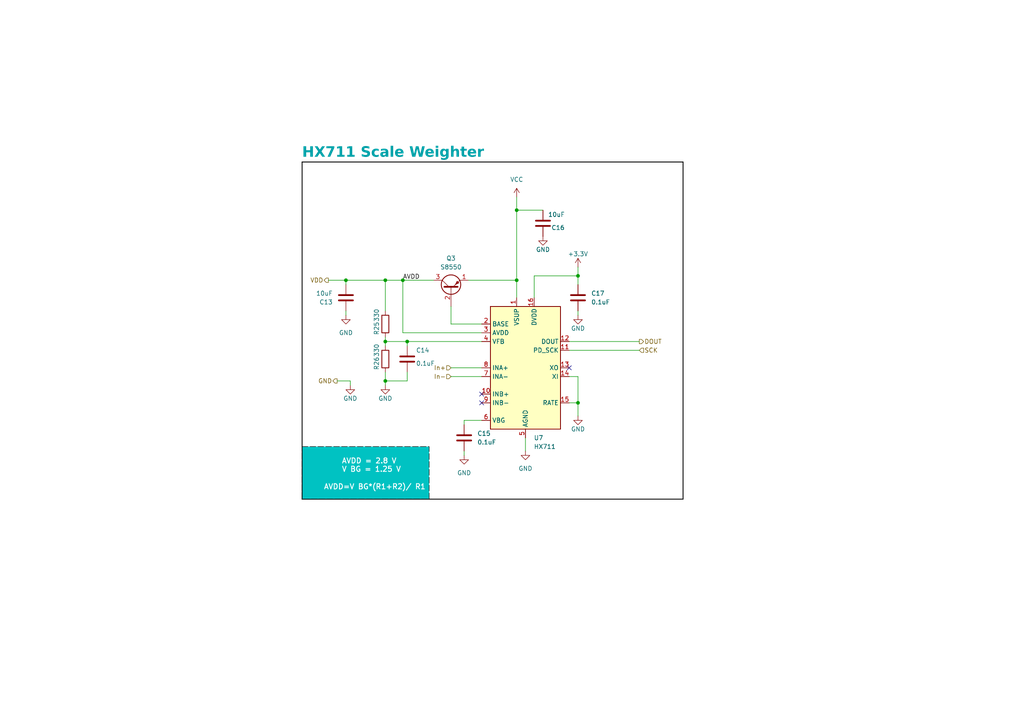
<source format=kicad_sch>
(kicad_sch (version 20231120) (generator "eeschema") (generator_version "8.0")
  (paper "A4")
  (title_block (title "Gas Weigther") (date "2023-11-04") (rev "1"))
  (lib_symbols
    (symbol "Analog_ADC:HX711"
      (property "Reference" "U" (at 5.08 21.59 0))
      (property "Value" "HX711" (at 7.62 19.05 0))
      (symbol "HX711_0_1"
        (rectangle (start -10.16 17.78) (end 10.16 -17.78) (stroke (width 0.254)) (fill (type background)))
      )
      (symbol "HX711_1_1"
        (pin power_in line (at -2.54 20.32 270) (length 2.54) (name "VSUP") (number "1"))
        (pin input line (at -12.7 -7.62 0) (length 2.54) (name "INB+") (number "10"))
        (pin input line (at 12.7 5.08 180) (length 2.54) (name "PD_SCK") (number "11"))
        (pin output line (at 12.7 7.62 180) (length 2.54) (name "DOUT") (number "12"))
        (pin passive line (at 12.7 0 180) (length 2.54) (name "XO") (number "13"))
        (pin passive line (at 12.7 -2.54 180) (length 2.54) (name "XI") (number "14"))
        (pin input line (at 12.7 -10.16 180) (length 2.54) (name "RATE") (number "15"))
        (pin power_in line (at 2.54 20.32 270) (length 2.54) (name "DVDD") (number "16"))
        (pin passive line (at -12.7 12.7 0) (length 2.54) (name "BASE") (number "2"))
        (pin power_in line (at -12.7 10.16 0) (length 2.54) (name "AVDD") (number "3"))
        (pin input line (at -12.7 7.62 0) (length 2.54) (name "VFB") (number "4"))
        (pin power_in line (at 0 -20.32 90) (length 2.54) (name "AGND") (number "5"))
        (pin passive line (at -12.7 -15.24 0) (length 2.54) (name "VBG") (number "6"))
        (pin input line (at -12.7 -2.54 0) (length 2.54) (name "INA-") (number "7"))
        (pin input line (at -12.7 0 0) (length 2.54) (name "INA+") (number "8"))
        (pin input line (at -12.7 -10.16 0) (length 2.54) (name "INB-") (number "9"))
      )
    )
    (symbol "Device:C" (pin_numbers hide) (pin_names (offset 0.254))
      (property "Reference" "C" (at 0.635 2.54 0))
      (property "Value" "C" (at 0.635 -2.54 0))
      (symbol "C_0_1"
        (polyline (pts (xy -2.032 -0.762) (xy 2.032 -0.762)) (stroke (width 0.508)))
        (polyline (pts (xy -2.032 0.762) (xy 2.032 0.762)) (stroke (width 0.508)))
      )
      (symbol "C_1_1"
        (pin passive line (at 0 3.81 270) (length 2.794) (name "~") (number "1"))
        (pin passive line (at 0 -3.81 90) (length 2.794) (name "~") (number "2"))
      )
    )
    (symbol "Device:R" (pin_numbers hide) (pin_names (offset 0))
      (property "Reference" "R" (at 2.032 0 90))
      (property "Value" "R" (at 0 0 90))
      (symbol "R_0_1"
        (rectangle (start -1.016 -2.54) (end 1.016 2.54) (stroke (width 0.254)))
      )
      (symbol "R_1_1"
        (pin passive line (at 0 3.81 270) (length 1.27) (name "~") (number "1"))
        (pin passive line (at 0 -3.81 90) (length 1.27) (name "~") (number "2"))
      )
    )
    (symbol "Transistor_BJT:S8550" (pin_names (offset 0) hide)
      (property "Reference" "Q" (at 5.08 1.905 0))
      (property "Value" "S8550" (at 5.08 0 0))
      (symbol "S8550_0_1"
        (polyline (pts (xy 0 0) (xy 0.635 0)))
        (polyline (pts (xy 2.54 -2.54) (xy 0.635 -0.635)))
        (polyline (pts (xy 2.54 2.54) (xy 0.635 0.635)))
        (polyline (pts (xy 0.635 1.905) (xy 0.635 -1.905) (xy 0.635 -1.905)) (stroke (width 0.508)) (fill (type outline)))
        (polyline (pts (xy 1.778 -2.286) (xy 2.286 -1.778) (xy 1.27 -1.27) (xy 1.778 -2.286) (xy 1.778 -2.286)) (fill (type outline)))
        (circle (center 1.27 0) (radius 2.8194) (stroke (width 0.254)))
      )
      (symbol "S8550_1_1"
        (pin passive line (at 2.54 -5.08 90) (length 2.54) (name "E") (number "1"))
        (pin input line (at -5.08 0 0) (length 5.08) (name "B") (number "2"))
        (pin passive line (at 2.54 5.08 270) (length 2.54) (name "C") (number "3"))
      )
    )
    (symbol "power:+3.3V" (power) (pin_names (offset 0))
      (property "Value" "+3.3V" (at 0 3.556 0))
      (symbol "+3.3V_0_1"
        (polyline (pts (xy -0.762 1.27) (xy 0 2.54)))
        (polyline (pts (xy 0 0) (xy 0 2.54)))
        (polyline (pts (xy 0 2.54) (xy 0.762 1.27)))
      )
      (symbol "+3.3V_1_1"
        (pin power_in line (at 0 0 90) (length 0) hide (name "+3.3V") (number "1"))
      )
    )
    (symbol "power:GND" (power) (pin_names (offset 0))
      (property "Value" "GND" (at 0 -3.81 0))
      (symbol "GND_0_1"
        (polyline (pts (xy 0 0) (xy 0 -1.27) (xy 1.27 -1.27) (xy 0 -2.54) (xy -1.27 -1.27) (xy 0 -1.27)))
      )
      (symbol "GND_1_1"
        (pin power_in line (at 0 0 270) (length 0) hide (name "GND") (number "1"))
      )
    )
    (symbol "power:VCC" (power) (pin_names (offset 0))
      (property "Value" "VCC" (at 0 3.81 0))
      (symbol "VCC_0_1"
        (polyline (pts (xy -0.762 1.27) (xy 0 2.54)))
        (polyline (pts (xy 0 0) (xy 0 2.54)))
        (polyline (pts (xy 0 2.54) (xy 0.762 1.27)))
      )
      (symbol "VCC_1_1"
        (pin power_in line (at 0 0 90) (length 0) hide (name "VCC") (number "1"))
      )
    )
  )
  (junction (at 149.86 81.28))
  (junction (at 167.64 80.01))
  (junction (at 116.84 81.28))
  (junction (at 149.86 60.96))
  (junction (at 111.76 99.06))
  (junction (at 100.33 81.28))
  (junction (at 167.64 116.84))
  (junction (at 111.76 110.49))
  (junction (at 111.76 81.28))
  (junction (at 118.11 99.06))
  (no_connect (at 139.7 114.3))
  (no_connect (at 165.1 106.68))
  (no_connect (at 139.7 116.84))
  (wire (pts (xy 101.6 111.76) (xy 101.6 110.49)))
  (wire (pts (xy 139.7 93.98) (xy 130.81 93.98)))
  (wire (pts (xy 111.76 99.06) (xy 111.76 100.33)))
  (wire (pts (xy 165.1 101.6) (xy 185.42 101.6)))
  (wire (pts (xy 130.81 93.98) (xy 130.81 88.9)))
  (wire (pts (xy 118.11 110.49) (xy 111.76 110.49)))
  (polyline (pts (xy 87.63 46.99) (xy 87.63 144.78)) (stroke (width 0.25) (type solid) (color 0 0 0 1)))
  (wire (pts (xy 149.86 57.15) (xy 149.86 60.96)))
  (wire (pts (xy 167.64 82.55) (xy 167.64 80.01)))
  (wire (pts (xy 111.76 81.28) (xy 116.84 81.28)))
  (wire (pts (xy 111.76 99.06) (xy 118.11 99.06)))
  (wire (pts (xy 167.64 90.17) (xy 167.64 91.44)))
  (wire (pts (xy 157.48 60.96) (xy 149.86 60.96)))
  (polyline (pts (xy 198.12 144.78) (xy 87.63 144.78)) (stroke (width 0.25) (type solid) (color 0 0 0 1)))
  (wire (pts (xy 134.62 130.81) (xy 134.62 132.08)))
  (wire (pts (xy 116.84 96.52) (xy 116.84 81.28)))
  (wire (pts (xy 130.81 109.22) (xy 139.7 109.22)))
  (wire (pts (xy 100.33 81.28) (xy 111.76 81.28)))
  (wire (pts (xy 165.1 99.06) (xy 185.42 99.06)))
  (wire (pts (xy 111.76 110.49) (xy 111.76 107.95)))
  (wire (pts (xy 154.94 80.01) (xy 167.64 80.01)))
  (wire (pts (xy 167.64 77.47) (xy 167.64 80.01)))
  (wire (pts (xy 97.79 110.49) (xy 101.6 110.49)))
  (wire (pts (xy 134.62 123.19) (xy 134.62 121.92)))
  (wire (pts (xy 152.4 127) (xy 152.4 130.81)))
  (wire (pts (xy 165.1 116.84) (xy 167.64 116.84)))
  (wire (pts (xy 111.76 81.28) (xy 111.76 90.17)))
  (wire (pts (xy 167.64 109.22) (xy 165.1 109.22)))
  (wire (pts (xy 118.11 99.06) (xy 118.11 100.33)))
  (wire (pts (xy 118.11 99.06) (xy 139.7 99.06)))
  (wire (pts (xy 118.11 107.95) (xy 118.11 110.49)))
  (wire (pts (xy 130.81 106.68) (xy 139.7 106.68)))
  (wire (pts (xy 134.62 121.92) (xy 139.7 121.92)))
  (polyline (pts (xy 87.63 46.99) (xy 198.12 46.99)) (stroke (width 0.25) (type solid) (color 0 0 0 1)))
  (wire (pts (xy 149.86 86.36) (xy 149.86 81.28)))
  (wire (pts (xy 116.84 81.28) (xy 125.73 81.28)))
  (wire (pts (xy 154.94 80.01) (xy 154.94 86.36)))
  (wire (pts (xy 167.64 116.84) (xy 167.64 120.65)))
  (wire (pts (xy 100.33 81.28) (xy 100.33 82.55)))
  (wire (pts (xy 167.64 109.22) (xy 167.64 116.84)))
  (wire (pts (xy 111.76 97.79) (xy 111.76 99.06)))
  (wire (pts (xy 95.25 81.28) (xy 100.33 81.28)))
  (wire (pts (xy 100.33 90.17) (xy 100.33 91.44)))
  (polyline (pts (xy 198.12 46.99) (xy 198.12 144.78)) (stroke (width 0.25) (type solid) (color 0 0 0 1)))
  (wire (pts (xy 149.86 60.96) (xy 149.86 81.28)))
  (wire (pts (xy 116.84 96.52) (xy 139.7 96.52)))
  (wire (pts (xy 149.86 81.28) (xy 135.89 81.28)))
  (wire (pts (xy 111.76 111.76) (xy 111.76 110.49)))
  (rectangle (start 87.63 129.54) (end 124.46 144.78) (stroke (width 0) (type dash) (color 0 0 0 1)) (fill (type color) (color 0 194 194 1)))
  (text " AVDD=V BG*(R1+R2)/ R1" (at 92.71 142.24 0) (effects (font (size 1.5 1.5) (thickness 0.2508) (bold yes)) (justify left bottom)))
  (text "HX711 Scale Weighter" (at 87.63 46.99 0) (effects (font (size 3 3) (thickness 0.6) (bold yes)) (justify left bottom)))
  (text "AVDD = 2.8 V\nV BG = 1.25 V" (at 99.06 137.16 0) (effects (font (size 1.5 1.5) (thickness 0.2508) (bold yes)) (justify left bottom)))
  (label "AVDD" (at 116.84 81.28 0))
  (hierarchical_label "VDD" (shape output) (at 95.25 81.28 180))
  (hierarchical_label "In-" (shape input) (at 130.81 109.22 180))
  (hierarchical_label "In+" (shape input) (at 130.81 106.68 180))
  (hierarchical_label "SCK" (shape input) (at 185.42 101.6 0))
  (hierarchical_label "DOUT" (shape output) (at 185.42 99.06 0))
  (hierarchical_label "GND" (shape output) (at 97.79 110.49 180))
  (symbol (lib_id "Device:C") (at 157.48 64.77 180) (unit 1)
    (property "Reference" "C16" (at 163.83 66.04 0) (effects (justify left)))
    (property "Value" "10uF" (at 163.83 62.23 0) (effects (justify left)))
    (property "Footprint" "Capacitor_SMD:C_0805_2012Metric" (effects (hide yes)))
    (instances (project "GasWeighter" (path "" (reference "C16") (unit 1))) (project "Arbolito" (path "" (reference "C8") (unit 1))))
  )
  (symbol (lib_id "power:GND") (at 167.64 120.65 0) (unit 1)
    (property "Reference" "#PWR07" (effects (hide yes)))
    (property "Value" "GND" (at 167.64 124.46 0))
  )
  (symbol (lib_id "power:GND") (at 157.48 68.58 0) (unit 1)
    (property "Reference" "#PWR025" (effects (hide yes)))
    (property "Value" "GND" (at 157.48 72.39 0))
  )
  (symbol (lib_id "power:GND") (at 152.4 130.81 0) (unit 1)
    (property "Reference" "#PWR05" (effects (hide yes)))
    (property "Value" "GND" (at 152.4 135.89 0))
  )
  (symbol (lib_id "Device:C") (at 167.64 86.36 0) (unit 1)
    (property "Reference" "C17" (at 171.45 85.0899 0) (effects (justify left)))
    (property "Value" "0.1uF" (at 171.45 87.6299 0) (effects (justify left)))
    (property "Footprint" "Capacitor_SMD:C_0805_2012Metric" (effects (hide yes)))
    (instances (project "GasWeighter" (path "" (reference "C17") (unit 1))) (project "Arbolito" (path "" (reference "C4") (unit 1))))
  )
  (symbol (lib_id "Device:C") (at 134.62 127 0) (unit 1)
    (property "Reference" "C15" (at 138.43 125.7299 0) (effects (justify left)))
    (property "Value" "0.1uF" (at 138.43 128.2699 0) (effects (justify left)))
    (property "Footprint" "Capacitor_SMD:C_0805_2012Metric" (effects (hide yes)))
    (instances (project "GasWeighter" (path "" (reference "C15") (unit 1))) (project "Arbolito" (path "" (reference "C4") (unit 1))))
  )
  (symbol (lib_id "Analog_ADC:HX711") (at 152.4 106.68 0) (unit 1)
    (property "Reference" "U7" (at 154.8256 127 0) (effects (justify left)))
    (property "Value" "HX711" (at 154.8256 129.54 0) (effects (justify left)))
    (property "Footprint" "Package_SO:SOP-16_3.9x9.9mm_P1.27mm" (effects (hide yes)))
    (property "Datasheet" "https://cdn.sparkfun.com/datasheets/Sensors/ForceFlex/hx711_english.pdf" (effects (hide yes)))
  )
  (symbol (lib_id "power:GND") (at 111.76 111.76 0) (unit 1)
    (property "Reference" "#PWR023" (effects (hide yes)))
    (property "Value" "GND" (at 111.76 115.57 0))
  )
  (symbol (lib_id "Transistor_BJT:S8550") (at 130.81 83.82 90) (unit 1)
    (property "Reference" "Q3" (at 130.81 74.93 90))
    (property "Value" "S8550" (at 130.81 77.47 90))
    (property "Footprint" "Package_TO_SOT_SMD:SOT-23" (effects (hide yes)))
    (property "Datasheet" "http://www.unisonic.com.tw/datasheet/S8550.pdf" (effects (hide yes)))
  )
  (symbol (lib_id "power:+3.3V") (at 167.64 77.47 0) (unit 1)
    (property "Reference" "#PWR028" (effects (hide yes)))
    (property "Value" "+3.3V" (at 167.64 73.66 0))
    (instances (project "GasWeighter" (path "" (reference "#PWR028") (unit 1))) (project "Arbolito" (path "" (reference "#PWR024") (unit 1))))
  )
  (symbol (lib_id "power:GND") (at 134.62 132.08 0) (unit 1)
    (property "Reference" "#PWR06" (effects (hide yes)))
    (property "Value" "GND" (at 134.62 137.16 0))
  )
  (symbol (lib_id "Device:C") (at 118.11 104.14 0) (unit 1)
    (property "Reference" "C14" (at 120.65 101.6 0) (effects (justify left)))
    (property "Value" "0.1uF" (at 120.65 105.41 0) (effects (justify left)))
    (property "Footprint" "Capacitor_SMD:C_0805_2012Metric" (effects (hide yes)))
    (instances (project "GasWeighter" (path "" (reference "C14") (unit 1))) (project "Arbolito" (path "" (reference "C4") (unit 1))))
  )
  (symbol (lib_id "Device:R") (at 111.76 104.14 180) (unit 1)
    (property "Reference" "R26" (at 109.22 105.41 90))
    (property "Value" "330" (at 109.22 101.6 90))
    (property "Footprint" "Resistor_SMD:R_0805_2012Metric_Pad1.20x1.40mm_HandSolder" (effects (hide yes)))
    (instances (project "GasWeighter" (path "" (reference "R26") (unit 1))) (project "Arbolito" (path "" (reference "R11") (unit 1))))
  )
  (symbol (lib_id "power:VCC") (at 149.86 57.15 0) (unit 1)
    (property "Reference" "#PWR010" (effects (hide yes)))
    (property "Value" "VCC" (at 149.86 52.07 0))
    (instances (project "GasWeighter" (path "" (reference "#PWR010") (unit 1))) (project "Arbolito" (path "" (reference "#PWR016") (unit 1))))
  )
  (symbol (lib_id "Device:R") (at 111.76 93.98 180) (unit 1)
    (property "Reference" "R25" (at 109.22 95.25 90))
    (property "Value" "330" (at 109.22 91.44 90))
    (property "Footprint" "Resistor_SMD:R_0805_2012Metric_Pad1.20x1.40mm_HandSolder" (effects (hide yes)))
    (instances (project "GasWeighter" (path "" (reference "R25") (unit 1))) (project "Arbolito" (path "" (reference "R11") (unit 1))))
  )
  (symbol (lib_id "power:GND") (at 100.33 91.44 0) (unit 1)
    (property "Reference" "#PWR011" (effects (hide yes)))
    (property "Value" "GND" (at 100.33 96.52 0))
  )
  (symbol (lib_id "power:GND") (at 101.6 111.76 0) (unit 1)
    (property "Reference" "#PWR065" (effects (hide yes)))
    (property "Value" "GND" (at 101.6 115.57 0))
  )
  (symbol (lib_id "Device:C") (at 100.33 86.36 180) (unit 1)
    (property "Reference" "C13" (at 96.52 87.6301 0) (effects (justify left)))
    (property "Value" "10uF" (at 96.52 85.0901 0) (effects (justify left)))
    (property "Footprint" "Capacitor_SMD:C_0805_2012Metric" (effects (hide yes)))
    (instances (project "GasWeighter" (path "" (reference "C13") (unit 1))) (project "Arbolito" (path "" (reference "C8") (unit 1))))
  )
  (symbol (lib_id "power:GND") (at 167.64 91.44 0) (unit 1)
    (property "Reference" "#PWR029" (effects (hide yes)))
    (property "Value" "GND" (at 167.64 95.25 0))
  )
)
</source>
